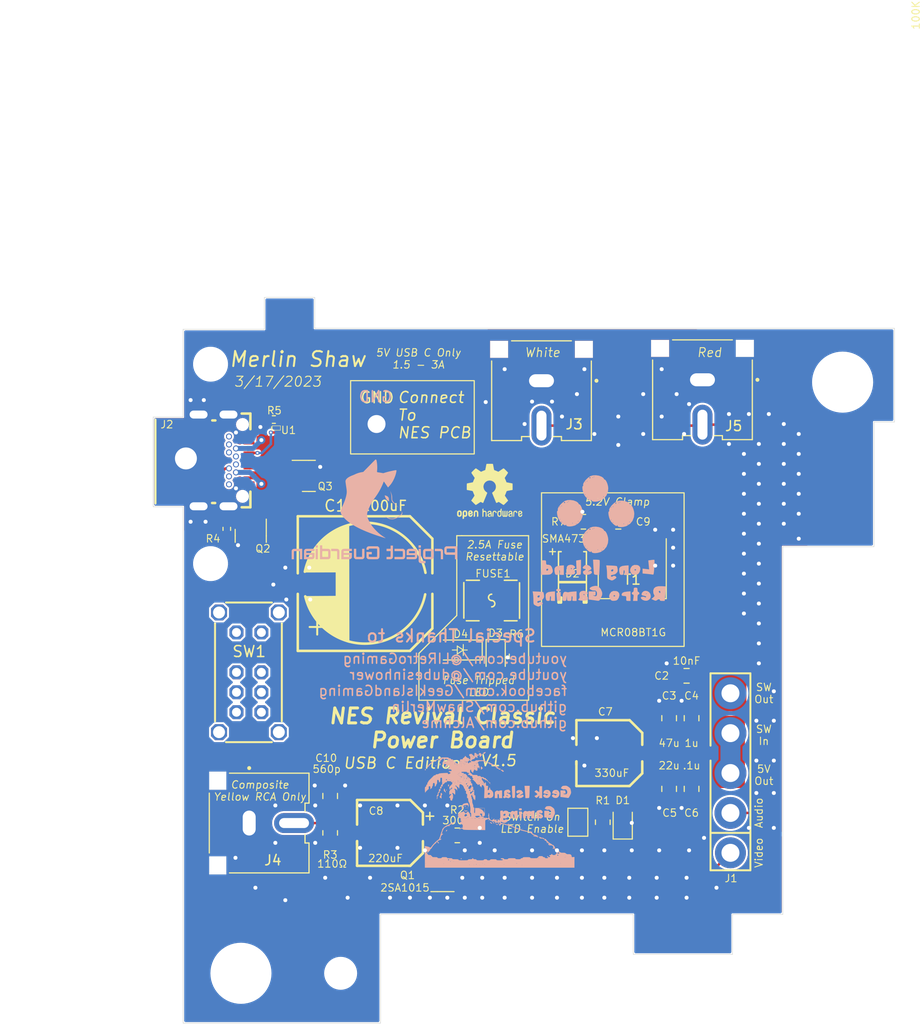
<source format=kicad_pcb>
(kicad_pcb (version 20221018) (generator pcbnew)
  (layers (0 "F.Cu" signal) (31 "B.Cu" signal) (34 "B.Paste" user) (35 "F.Paste" user) (36 "B.SilkS" user "B.Silkscreen") (37 "F.SilkS" user "F.Silkscreen") (38 "B.Mask" user) (39 "F.Mask" user) (44 "Edge.Cuts" user))
  (net 0 "")
  (net 1 "5V Out")
  (net 2 "Net-(C8-Pad1)")
  (net 3 "Net-(D2-Pad2)")
  (net 4 "Video Out")
  (net 5 "Net-(C8-Pad2)")
  (net 6 "GND")
  (net 7 "Video In")
  (net 8 "Audio In")
  (net 9 "9VOut")
  (net 11 "LED_IN")
  (net 12 "CC1")
  (net 13 "CC2")
  (net 14 "USB_Power_Out")
  (net 15 "GTG")
  (net 16 "V5")
  (footprint "Resistor_SMD:R_0805_2012Metric" (layer "F.Cu") (at 209 -24 -90)
    (fp_text reference "R3")
    (fp_text value "110R")
  )
  (footprint "Resistor_SMD:R_0805_2012Metric" (layer "F.Cu") (at 234.4 -55.2 180)
    (fp_text reference "R7")
    (fp_text value "680")
  )
  (footprint "Merlin:OSHW-Logo2_7.3x6mm_SilkScreen" (layer "F.Cu") (at 225 -58.25)
    (fp_text reference "REF**" hide)
    (fp_text value "OSHW-Logo2_7.3x6mm_SilkScreen" hide)
  )
  (footprint "Capacitor_SMD:C_0805_2012Metric" (layer "F.Cu") (at 237.9 -55.2)
    (fp_text reference "C9")
    (fp_text value "10nF")
  )
  (footprint "Resistor_SMD:R_0402_1005Metric" (layer "F.Cu") (at 198.63 -54.4875 -90)
    (fp_text reference "R4")
    (fp_text value "5.1k")
  )
  (footprint "Package_TO_SOT_SMD:SOT-23" (layer "F.Cu") (at 219.75 -19.67 180)
    (fp_text reference "Q1")
    (fp_text value "2SA1015")
  )
  (footprint "Merlin:USB-C-TH_DX07S024XJ1R1100-1" (layer "F.Cu") (at 198.33 -61.35 -90)
    (fp_text reference "J2")
    (fp_text value "DX07S024XJ1R1100" hide)
  )
  (footprint "Resistor_SMD:R_0805_2012Metric" (layer "F.Cu") (at 236.34375 -25.06875 -90)
    (fp_text reference "R1")
    (fp_text value "680")
  )
  (footprint "Package_TO_SOT_SMD:SOT-23" (layer "F.Cu") (at 201.03 -53.7875 -90)
    (fp_text reference "Q2")
    (fp_text value "SP0502BAHTG" hide)
  )
  (footprint "" (layer "F.Cu") (at 200.05 -9.92)
    (fp_text reference "")
    (fp_text value "")
  )
  (footprint "Package_TO_SOT_SMD:SOT-223-3_TabPin2" (layer "F.Cu") (at 239.3 -49.4 -90)
    (fp_text reference "T1")
    (fp_text value "SOT-223-3_TabPin2" hide)
  )
  (footprint "Capacitor_SMD:C_0805_2012Metric_Pad1.18x1.45mm_HandSolder" (layer "F.Cu") (at 209 -27.7 90)
    (fp_text reference "C10")
    (fp_text value "560p")
  )
  (footprint "MountingHole:MountingHole_2.2mm_M2_DIN965_Pad_TopBottom" (layer "F.Cu") (at 194.53 -61.55)
    (fp_text reference "REF**" hide)
    (fp_text value "MountingHole_2.2mm_M2_DIN965_Pad_TopBottom")
  )
  (footprint "Package_TO_SOT_SMD:SOT-23" (layer "F.Cu") (at 206.8625 -59.8)
    (fp_text reference "Q3")
    (fp_text value "SP0502BAHTG" hide)
  )
  (footprint "Capacitor_SMD:C_0805_2012Metric_Pad1.18x1.45mm_HandSolder" (layer "F.Cu") (at 245.25 -35.5 90)
    (fp_text reference "C4")
    (fp_text value "22uf/25")
  )
  (footprint "easyeda:F1812" (layer "F.Cu") (at 225.2 -47.3)
    (fp_text reference "FUSE1")
    (fp_text value "F1812" hide)
  )
  (footprint "Merlin:SolderJumper-2_P1.3mm_Open_TrianglePad1.0x1.5mm" (layer "F.Cu") (at 233.84375 -25.06875 -90)
    (fp_text reference "JP1" hide)
    (fp_text value "Jump" hide)
  )
  (footprint "easyeda:DFN0603-D_L0.6-W0.3-P0.34-RD" (layer "F.Cu") (at 203.6 -64.6)
    (fp_text reference "U1")
    (fp_text value "DFN0603-D_L0.6-W0.3-P0.34-RD" hide)
  )
  (footprint "Resistor_SMD:R_0805_2012Metric" (layer "F.Cu") (at 227.7 -41.7 -90)
    (fp_text reference "R6")
    (fp_text value "4.7K")
  )
  (footprint "Electromechanical.IntLib:SW-DP3T (EG2319)" (layer "F.Cu") (at 200.85 -40.1 -90)
    (fp_text reference "SW1")
    (fp_text value "DP3T" hide)
  )
  (footprint "Diode_SMD:D_SOD-123" (layer "F.Cu") (at 222 -42.3375 180)
    (fp_text reference "D4")
    (fp_text value "1N4148W")
  )
  (footprint "easyeda:CAP-SMD_BD6.3-L6.5-W6.5-LS7.0-FD" (layer "F.Cu") (at 237 -32 180)
    (fp_text reference "C7")
    (fp_text value "220uF" hide)
  )
  (footprint "" (layer "F.Cu") (at 197 -51)
    (fp_text reference "")
    (fp_text value "")
  )
  (footprint "Merlin:CUI_RCJ-044" (layer "F.Cu") (at 230.196 -69.342 90)
    (fp_text reference "J3")
    (fp_text value "White RCJ-52" hide)
    (fp_line (start 2.3 -5.15) (end 2.3 -3.35) (stroke (width 0.01)) (layer "Edge.Cuts"))
    (fp_line (start 2.3 -3.35) (end 4 -3.35) (stroke (width 0.01)) (layer "Edge.Cuts"))
    (fp_line (start 2.3 3.35) (end 2.3 5.15) (stroke (width 0.01)) (layer "Edge.Cuts"))
    (fp_line (start 2.3 5.15) (end 4 5.15) (stroke (width 0.01)) (layer "Edge.Cuts"))
    (fp_line (start 4 -5.15) (end 2.3 -5.15) (stroke (width 0.01)) (layer "Edge.Cuts"))
    (fp_line (start 4 -3.35) (end 4 -5.15) (stroke (width 0.01)) (layer "Edge.Cuts"))
    (fp_line (start 4 3.35) (end 2.3 3.35) (stroke (width 0.01)) (layer "Edge.Cuts"))
    (fp_line (start 4 5.15) (end 4 3.35) (stroke (width 0.01)) (layer "Edge.Cuts"))
  )
  (footprint "" (layer "F.Cu") (at 197 -71)
    (fp_text reference "")
    (fp_text value "")
  )
  (footprint "Capacitor_SMD:C_0805_2012Metric_Pad1.18x1.45mm_HandSolder" (layer "F.Cu") (at 245.25 -28.4125 -90)
    (fp_text reference "C6")
    (fp_text value "22uf/25")
  )
  (footprint "Resistor_SMD:R_0402_1005Metric" (layer "F.Cu") (at 203.35 -65.45 180)
    (fp_text reference "R5")
    (fp_text value "5.1k")
  )
  (footprint "Capacitor_SMD:C_0805_2012Metric_Pad1.18x1.45mm_HandSolder" (layer "F.Cu") (at 243 -35.5 90)
    (fp_text reference "C3")
    (fp_text value "22uf/25")
  )
  (footprint "" (layer "F.Cu") (at 210.05 -9.92)
    (fp_text reference "")
    (fp_text value "")
  )
  (footprint "Merlin:CUI_RCJ-044" (layer "F.Cu") (at 200.876 -24.986 180)
    (fp_text reference "J4")
    (fp_text value "Yellow RCJ-44")
    (fp_line (start 2.3 -5.15) (end 2.3 -3.35) (stroke (width 0.01)) (layer "Edge.Cuts"))
    (fp_line (start 2.3 -3.35) (end 4 -3.35) (stroke (width 0.01)) (layer "Edge.Cuts"))
    (fp_line (start 2.3 3.35) (end 2.3 5.15) (stroke (width 0.01)) (layer "Edge.Cuts"))
    (fp_line (start 2.3 5.15) (end 4 5.15) (stroke (width 0.01)) (layer "Edge.Cuts"))
    (fp_line (start 4 -5.15) (end 2.3 -5.15) (stroke (width 0.01)) (layer "Edge.Cuts"))
    (fp_line (start 4 -3.35) (end 4 -5.15) (stroke (width 0.01)) (layer "Edge.Cuts"))
    (fp_line (start 4 3.35) (end 2.3 3.35) (stroke (width 0.01)) (layer "Edge.Cuts"))
    (fp_line (start 4 5.15) (end 4 3.35) (stroke (width 0.01)) (layer "Edge.Cuts"))
  )
  (footprint "Capacitor_SMD:C_0805_2012Metric" (layer "F.Cu") (at 244.75 -39.75 180)
    (fp_text reference "C2")
    (fp_text value "10nF")
  )
  (footprint "Merlin:CUI_RCJ-044" (layer "F.Cu") (at 246.342 -69.436 90)
    (fp_text reference "J5")
    (fp_text value "Red RCJ-042" hide)
    (fp_line (start 2.3 -5.15) (end 2.3 -3.35) (stroke (width 0.01)) (layer "Edge.Cuts"))
    (fp_line (start 2.3 -3.35) (end 4 -3.35) (stroke (width 0.01)) (layer "Edge.Cuts"))
    (fp_line (start 2.3 3.35) (end 2.3 5.15) (stroke (width 0.01)) (layer "Edge.Cuts"))
    (fp_line (start 2.3 5.15) (end 4 5.15) (stroke (width 0.01)) (layer "Edge.Cuts"))
    (fp_line (start 4 -5.15) (end 2.3 -5.15) (stroke (width 0.01)) (layer "Edge.Cuts"))
    (fp_line (start 4 -3.35) (end 4 -5.15) (stroke (width 0.01)) (layer "Edge.Cuts"))
    (fp_line (start 4 3.35) (end 2.3 3.35) (stroke (width 0.01)) (layer "Edge.Cuts"))
    (fp_line (start 4 5.15) (end 4 3.35) (stroke (width 0.01)) (layer "Edge.Cuts"))
  )
  (footprint "" (layer "F.Cu") (at 260.4 -69.2)
    (fp_text reference "")
    (fp_text value "")
  )
  (footprint "Capacitor_SMD:C_0805_2012Metric_Pad1.18x1.45mm_HandSolder" (layer "F.Cu") (at 243 -28.4125 -90)
    (fp_text reference "C5")
    (fp_text value "22uf/25")
  )
  (footprint "easyeda:SMA_L4.2-W2.7-LS5.0-RD" (layer "F.Cu") (at 233.3 -49.9 90)
    (fp_text reference "D2")
    (fp_text value "SMA_L4.2-W2.7-LS5.0-RD" hide)
  )
  (footprint "Connectors.IntLib:WIREPAD-09-15" (layer "F.Cu") (at 213.65 -65 90)
    (fp_text reference "GND")
    (fp_text value "Wire Pad" hide)
  )
  (footprint "Specialty Components.IntLib:RF BOARD CONNECTOR" (layer "F.Cu") (at 249.15 -22 90)
    (fp_text reference "J1")
    (fp_text value "Board Connector" hide)
  )
  (footprint "easyeda:CAP-SMD_BD6.3-L6.5-W6.5-LS7.0-FD" (layer "F.Cu") (at 215 -24 180)
    (fp_text reference "C8")
    (fp_text value "220uF" hide)
  )
  (footprint "Resistor_SMD:R_0805_2012Metric" (layer "F.Cu") (at 221.75 -23.75 180)
    (fp_text reference "R2")
    (fp_text value "300")
  )
  (footprint "easyeda:CAP-SMD_BD12.5-L13.0-W13.0-RD" (layer "F.Cu") (at 212.5 -49)
    (fp_text reference "C1")
    (fp_text value "CAP-SMD_BD12.5-L13.0-W13.0-RD" hide)
  )
  (footprint "LED_SMD:LED_0805_2012Metric" (layer "F.Cu") (at 225.6 -41.7 -90)
    (fp_text reference "D3")
    (fp_text value "Power LED")
  )
  (footprint "LED_SMD:LED_0805_2012Metric" (layer "F.Cu") (at 238.34375 -25.06875 90)
    (fp_text reference "D1")
    (fp_text value "Power LED")
  )
  (footprint "Merlin:PG_20mmx13.1mm" (layer "B.Cu") (at 213.5 -56.5 180)
    (fp_text reference "G***" hide)
    (fp_text value "LOGO" hide)
  )
  (footprint "Merlin:GeekIsland2" (layer "B.Cu") (at 226 -26.5 180)
    (fp_text reference "G***" hide)
    (fp_text value "LOGO" hide)
  )
  (footprint "Merlin:LongIslandRetroGaming4" (layer "B.Cu") (at 235.687607 -53.5 180)
    (fp_text reference "G***")
    (fp_text value "LOGO" hide)
  )
  (gr_rect (start 230.2 -58.1) (end 244.5 -42.7) (stroke (width 0.12)) (fill none) (layer "F.SilkS"))
  (gr_line (start 191.48 -57.0375) (end 191.48 -65.4375) (stroke (width 0.2)) (layer "F.SilkS"))
  (gr_line (start 221.7 -45.8) (end 217.9 -42) (stroke (width 0.12)) (layer "F.SilkS"))
  (gr_line (start 228.9 -53.8) (end 222.2 -53.8) (stroke (width 0.12)) (layer "F.SilkS"))
  (gr_line (start 228.9 -37.3) (end 228.9 -53.8) (stroke (width 0.12)) (layer "F.SilkS"))
  (gr_rect (start 211.05 -69.35) (end 223.45 -62) (stroke (width 0.12)) (fill none) (layer "F.SilkS"))
  (gr_line (start 217.9 -42) (end 217.9 -37.3) (stroke (width 0.12)) (layer "F.SilkS"))
  (gr_line (start 221.7 -53.8) (end 221.7 -45.8) (stroke (width 0.12)) (layer "F.SilkS"))
  (gr_line (start 217.9 -37.3) (end 228.9 -37.3) (stroke (width 0.12)) (layer "F.SilkS"))
  (gr_line (start 222.2 -53.8) (end 221.7 -53.8) (stroke (width 0.12)) (layer "F.SilkS"))
  (gr_line (start 239.4 -11.82) (end 239.4 -15.82) (stroke (width 0.05)) (layer "Edge.Cuts"))
  (gr_line (start 239.4 -15.82) (end 214.05 -15.82) (stroke (width 0.05)) (layer "Edge.Cuts"))
  (gr_line (start 214.05 -15.82) (end 214.05 -4.92) (stroke (width 0.05)) (layer "Edge.Cuts"))
  (gr_line (start 254.4 -52.7) (end 254.4 -15.82) (stroke (width 0.05)) (layer "Edge.Cuts"))
  (gr_line (start 202.4 -77.7) (end 207.45 -77.7) (stroke (width 0.05)) (layer "Edge.Cuts"))
  (gr_line (start 194.25 -65.7) (end 194.25 -74.5) (stroke (width 0.05)) (layer "Edge.Cuts"))
  (gr_line (start 254.4 -15.82) (end 249.35 -15.82) (stroke (width 0.05)) (layer "Edge.Cuts"))
  (gr_line (start 265.6 -65.2) (end 263.55 -65.2) (stroke (width 0.05)) (layer "Edge.Cuts"))
  (gr_line (start 194.25 -74.5) (end 202.4 -74.5) (stroke (width 0.05)) (layer "Edge.Cuts"))
  (gr_line (start 263.55 -52.7) (end 254.4 -52.7) (stroke (width 0.05)) (layer "Edge.Cuts"))
  (gr_line (start 214.05 -4.92) (end 194.25 -4.92) (stroke (width 0.05)) (layer "Edge.Cuts"))
  (gr_line (start 207.45 -74.6) (end 265.6 -74.6) (stroke (width 0.05)) (layer "Edge.Cuts"))
  (gr_line (start 194.25 -4.92) (end 194.25 -56.7) (stroke (width 0.05)) (layer "Edge.Cuts"))
  (gr_line (start 263.55 -65.2) (end 263.55 -52.7) (stroke (width 0.05)) (layer "Edge.Cuts"))
  (gr_line (start 265.6 -74.6) (end 265.6 -65.2) (stroke (width 0.05)) (layer "Edge.Cuts"))
  (gr_line (start 194.25 -56.7) (end 191.25 -56.7) (stroke (width 0.05)) (layer "Edge.Cuts"))
  (gr_line (start 191.25 -65.7) (end 194.25 -65.7) (stroke (width 0.05)) (layer "Edge.Cuts"))
  (gr_line (start 191.25 -56.7) (end 191.25 -65.7) (stroke (width 0.05)) (layer "Edge.Cuts"))
  (gr_line (start 249.35 -15.82) (end 249.35 -11.82) (stroke (width 0.05)) (layer "Edge.Cuts"))
  (gr_line (start 202.4 -74.5) (end 202.4 -77.7) (stroke (width 0.05)) (layer "Edge.Cuts"))
  (gr_line (start 207.45 -77.7) (end 207.45 -74.6) (stroke (width 0.05)) (layer "Edge.Cuts"))
  (gr_line (start 249.35 -11.82) (end 239.4 -11.82) (stroke (width 0.05)) (layer "Edge.Cuts"))
  (gr_text "Special Thanks to" (at 229.75 -43.75) (layer "B.SilkS") (effects (font (size 1.25 1.25) (thickness 0.2)) (justify left mirror)))
  (gr_text "youtube.com/@LIRetroGaming\nyoutube.com/@dubesinhower\nfacebook.com/GeekIslandGaming\ngithub.com/ShawMerlin\ngithub.com/Alchme" (at 232.85 -38.25) (layer "B.SilkS") (effects (font (size 1 1)) (justify left mirror)))
  (gr_text "SW\nOut" (at 252.5 -38) (layer "F.SilkS") (effects (font (size 0.75 0.75) (thickness 0.1))))
  (gr_text "SMA4734A" (at 233.1 -53.5) (layer "F.SilkS") (effects (font (size 0.75 0.75) (thickness 0.1))))
  (gr_text "Switch On\nLED Enable" (at 229.25 -25) (layer "F.SilkS") (effects (font (size 0.75 0.75) (thickness 0.1) italic)))
  (gr_text "2.5A Fuse\nResettable" (at 225.5 -52.3) (layer "F.SilkS") (effects (font (size 0.75 0.75) (thickness 0.1) italic)))
  (gr_text "Video" (at 252 -22 90) (layer "F.SilkS") (effects (font (size 0.75 0.75) (thickness 0.1))))
  (gr_text "10nF" (at 244.75 -41.25) (layer "F.SilkS") (effects (font (size 0.75 0.75) (thickness 0.1))))
  (gr_text "V1.5" (at 224 -31.25) (layer "F.SilkS") (effects (font (size 1.1 1.1) (thickness 0.15) bold italic) (justify left)))
  (gr_text "Merlin Shaw" (at 205.75 -71.5) (layer "F.SilkS") (effects (font (size 1.5 1.5) (thickness 0.2) bold italic)))
  (gr_text "47u" (at 243 -33) (layer "F.SilkS") (effects (font (size 0.75 0.75) (thickness 0.1))))
  (gr_text "White\n" (at 230.3 -72.17) (layer "F.SilkS") (effects (font (size 0.9 0.9) (thickness 0.1) bold italic)))
  (gr_text "110Ω" (at 209.2 -20.9) (layer "F.SilkS") (effects (font (size 0.75 0.75) (thickness 0.1))))
  (gr_text ".1u" (at 245.25 -30.75) (layer "F.SilkS") (effects (font (size 0.75 0.75) (thickness 0.1))))
  (gr_text "USB C Edition" (at 210.25 -31) (layer "F.SilkS") (effects (font (size 1.1 1.1) (thickness 0.15) bold italic) (justify left)))
  (gr_text "SW\nIn" (at 252.5 -33.8) (layer "F.SilkS") (effects (font (size 0.75 0.75) (thickness 0.1))))
  (gr_text "22u" (at 243 -30.75) (layer "F.SilkS") (effects (font (size 0.75 0.75) (thickness 0.1))))
  (gr_text "Red" (at 247.05 -72.17) (layer "F.SilkS") (effects (font (size 0.9 0.9) (thickness 0.1) bold italic)))
  (gr_text "220uF" (at 214.55 -21.45) (layer "F.SilkS") (effects (font (size 0.75 0.75) (thickness 0.1))))
  (gr_text "300Ω" (at 221.75 -25.25) (layer "F.SilkS") (effects (font (size 0.75 0.75) (thickness 0.1))))
  (gr_text "2200uF" (at 213.9 -56.8) (layer "F.SilkS") (effects (font (size 1 1))))
  (gr_text "NES Revival Classic\nPower Board" (at 220.25 -34.5) (layer "F.SilkS") (effects (font (size 1.5 1.5) (thickness 0.3) italic)))
  (gr_text "5V\nOut" (at 252.5 -29.8) (layer "F.SilkS") (effects (font (size 0.75 0.75) (thickness 0.1))))
  (gr_text "5.2V Clamp" (at 237.8 -57.2) (layer "F.SilkS") (effects (font (size 0.75 0.75) (thickness 0.1) italic)))
  (gr_text "5V USB C Only\n1.5 - 3A" (at 217.85 -71.55) (layer "F.SilkS") (effects (font (size 0.75 0.75) (thickness 0.1) bold italic)))
  (gr_text "Fuse Tripped\nLED" (at 223.9 -38.7) (layer "F.SilkS") (effects (font (size 0.75 0.75) (thickness 0.1) italic)))
  (gr_text "MCR08BT1G" (at 239.4 -44.1) (layer "F.SilkS") (effects (font (size 0.75 0.75) (thickness 0.1))))
  (gr_text "330uF" (at 237.25 -30) (layer "F.SilkS") (effects (font (size 0.75 0.75) (thickness 0.1))))
  (gr_text "100K" (at 267.75 -106 90) (layer "F.SilkS") (effects (font (size 0.75 0.75) (thickness 0.1))))
  (gr_text "Composite\nYellow RCA Only" (at 201.95 -28.22) (layer "F.SilkS") (effects (font (size 0.75 0.75) (thickness 0.1) bold italic)))
  (gr_text "Connect\nTo\nNES PCB" (at 215.7 -65.9) (layer "F.SilkS") (effects (font (size 1.1 1.1) (thickness 0.15) bold italic) (justify left)))
  (gr_text "+" (at 219 -25.75) (layer "F.SilkS") (effects (font (size 1 1))))
  (gr_text "+" (at 207.7 -44.8) (layer "F.SilkS") (effects (font (size 2 2) (thickness 0.2))))
  (gr_text "Audio" (at 252 -26 90) (layer "F.SilkS") (effects (font (size 0.75 0.75) (thickness 0.1))))
  (gr_text "1u" (at 245.25 -33) (layer "F.SilkS") (effects (font (size 0.75 0.75) (thickness 0.1))))
  (gr_text "3/17/2023" (at 203.75 -69.25) (layer "F.SilkS") (effects (font (size 1 1) (thickness 0.1) bold italic)))
  (segment (start 231.35 -23.75) (end 239.6 -32) (width 0.25) (layer "F.Cu") (net 1))
  (segment (start 222.6625 -23.75) (end 231.35 -23.75) (width 0.25) (layer "F.Cu") (net 1))
  (segment (start 239.6 -32) (end 239.92 -32) (width 0.25) (layer "F.Cu") (net 1))
  (segment (start 249.15 -34.000003) (end 249.15 -30) (width 2) (layer "B.Cu") (net 1))
  (segment (start 220.6875 -23.6) (end 220.8375 -23.75) (width 0.25) (layer "F.Cu") (net 2))
  (segment (start 220.6875 -20.62) (end 220.6875 -23.6) (width 0.25) (layer "F.Cu") (net 2))
  (segment (start 220.5875 -24) (end 217.67 -24) (width 0.25) (layer "F.Cu") (net 2))
  (segment (start 220.8375 -23.75) (end 220.5875 -24) (width 0.25) (layer "F.Cu") (net 2))
  (segment (start 238.34375 -26.00625) (end 236.36875 -26.00625) (width 0.25) (layer "F.Cu") (net 3))
  (segment (start 208.9265 -24.986) (end 209 -24.9125) (width 0.25) (layer "F.Cu") (net 4))
  (segment (start 205.376 -24.986) (end 208.9265 -24.986) (width 0.25) (layer "F.Cu") (net 4))
  (segment (start 210.0875 -23.0875) (end 211 -24) (width 0.25) (layer "F.Cu") (net 5))
  (segment (start 209 -23.0875) (end 210.0875 -23.0875) (width 0.25) (layer "F.Cu") (net 5))
  (segment (start 211 -24) (end 212.33 -24) (width 0.25) (layer "F.Cu") (net 5))
  (segment (start 208 -60.7) (end 208 -60) (width 0.5) (layer "F.Cu") (net 6))
  (segment (start 226.8 -41.6) (end 226.8875 -41.6) (width 0.25) (layer "F.Cu") (net 6))
  (segment (start 201.03 -52.85) (end 199.7575 -52.85) (width 0.5) (layer "F.Cu") (net 6))
  (segment (start 197.2 -55.2) (end 196.5 -55.2) (width 0.5) (layer "F.Cu") (net 6))
  (segment (start 199.7575 -52.85) (end 198.63 -53.9775) (width 0.5) (layer "F.Cu") (net 6))
  (segment (start 238.85 -55.2) (end 240.8 -55.2) (width 0.5) (layer "F.Cu") (net 6))
  (segment (start 233.4875 -55.3875) (end 234.3 -56.2) (width 0.5) (layer "F.Cu") (net 6))
  (segment (start 226.8875 -41.6) (end 227.7 -40.7875) (width 0.25) (layer "F.Cu") (net 6))
  (segment (start 202.09 -64.7) (end 202.84 -65.45) (width 0.5) (layer "F.Cu") (net 6))
  (segment (start 243.8 -39.75) (end 243.8 -39.95) (width 0.5) (layer "F.Cu") (net 6))
  (segment (start 245.25 -36.5375) (end 244.7125 -36.5375) (width 0.5) (layer "F.Cu") (net 6))
  (segment (start 200.86 -58.6) (end 199.6 -58.6) (width 0.3) (layer "F.Cu") (net 6))
  (segment (start 203.39 -64.6) (end 203.39 -64.9) (width 0.25) (layer "F.Cu") (net 6))
  (segment (start 242.875 -27.375) (end 242 -26.5) (width 0.5) (layer "F.Cu") (net 6))
  (segment (start 200.86 -64.1) (end 199.6 -64.1) (width 0.3) (layer "F.Cu") (net 6))
  (segment (start 241.75 -52.4) (end 241.6 -52.55) (width 1) (layer "F.Cu") (net 6))
  (segment (start 198.63 -53.9775) (end 198.4225 -53.9775) (width 0.5) (layer "F.Cu") (net 6))
  (segment (start 208 -60) (end 207.8 -59.8) (width 0.5) (layer "F.Cu") (net 6))
  (segment (start 201.5 -64.2) (end 200.86 -64.2) (width 0.5) (layer "F.Cu") (net 6))
  (segment (start 238.34375 -24.13125) (end 238.38125 -24.13125) (width 0.25) (layer "F.Cu") (net 6))
  (segment (start 233.4875 -55.2) (end 233.4875 -55.3875) (width 0.5) (layer "F.Cu") (net 6))
  (segment (start 203.39 -64.9) (end 202.84 -65.45) (width 0.25) (layer "F.Cu") (net 6))
  (segment (start 240.8 -55.2) (end 241.6 -54.4) (width 0.5) (layer "F.Cu") (net 6))
  (segment (start 244.9625 -36.5375) (end 244.25 -37.25) (width 0.5) (layer "F.Cu") (net 6))
  (segment (start 202 -64.7) (end 202.09 -64.7) (width 0.5) (layer "F.Cu") (net 6))
  (segment (start 238.38125 -24.13125) (end 239.25 -25) (width 0.25) (layer "F.Cu") (net 6))
  (segment (start 243.8 -39.95) (end 242.75 -41) (width 0.5) (layer "F.Cu") (net 6))
  (segment (start 202 -64.7) (end 201.5 -64.2) (width 0.5) (layer "F.Cu") (net 6))
  (segment (start 198.4225 -53.9775) (end 197.2 -55.2) (width 0.5) (layer "F.Cu") (net 6))
  (segment (start 245.25 -36.5375) (end 244.9625 -36.5375) (width 0.5) (layer "F.Cu") (net 6))
  (segment (start 242.7125 -36.5375) (end 242 -37.25) (width 0.5) (layer "F.Cu") (net 6))
  (segment (start 245.125 -27.375) (end 244.25 -26.5) (width 0.5) (layer "F.Cu") (net 6))
  (via (at 252 -53) (size 0.8) (drill 0.4) (layers "F.Cu" "B.Cu") (net 6))
  (via (at 236.5 -19.5) (size 0.8) (drill 0.4) (layers "F.Cu" "B.Cu") (net 6))
  (via (at 234.25 -19.5) (size 0.8) (drill 0.4) (layers "F.Cu" "B.Cu") (net 6))
  (via (at 252 -43) (size 0.8) (drill 0.4) (layers "F.Cu" "B.Cu") (net 6))
  (via (at 239 -19.5) (size 0.8) (drill 0.4) (layers "F.Cu" "B.Cu") (net 6))
  (via (at 244.25 -37.25) (size 0.8) (drill 0.4) (layers "F.Cu" "B.Cu") (net 6))
  (via (at 254.5 -61) (size 0.8) (drill 0.4) (layers "F.Cu" "B.Cu") (net 6))
  (via (at 204.5 -17.25) (size 0.8) (drill 0.4) (layers "F.Cu" "B.Cu") (net 6))
  (via (at 246.5 -23.5) (size 0.8) (drill 0.4) (layers "F.Cu" "B.Cu") (net 6))
  (via (at 250.5 -56) (size 0.8) (drill 0.4) (layers "F.Cu" "B.Cu") (net 6))
  (via (at 208.5 -19.5) (size 0.8) (drill 0.4) (layers "F.Cu" "B.Cu") (net 6))
  (via (at 250.5 -58) (size 0.8) (drill 0.4) (layers "F.Cu" "B.Cu") (net 6))
  (via (at 207.5 -23) (size 0.8) (drill 0.4) (layers "F.Cu" "B.Cu") (net 6))
  (via (at 240.4 -68) (size 0.8) (drill 0.4) (layers "F.Cu" "B.Cu") (net 6))
  (via (at 247.75 -18.5) (size 0.8) (drill 0.4) (layers "F.Cu" "B.Cu") (net 6))
  (via (at 210.75 -17.5) (size 0.8) (drill 0.4) (layers "F.Cu" "B.Cu") (net 6))
  (via (at 239.25 -25) (size 0.8) (drill 0.4) (layers "F.Cu" "B.Cu") (net 6))
  (via (at 256 -64) (size 0.8) (drill 0.4) (layers "F.Cu" "B.Cu") (net 6))
  (via (at 242 -22.25) (size 0.8) (drill 0.4) (layers "F.Cu" "B.Cu") (net 6))
  (via (at 235.75 -33.5) (size 0.8) (drill 0.4) (layers "F.Cu" "B.Cu") (net 6))
  (via (at 252 -45) (size 0.8) (drill 0.4) (layers "F.Cu" "B.Cu") (net 6))
  (via (at 254.5 -57) (size 0.8) (drill 0.4) (layers "F.Cu" "B.Cu") (net 6))
  (via (at 228.5 -65) (size 0.8) (drill 0.4) (layers "F.Cu" "B.Cu") (net 6))
  (via (at 226.5 -17.5) (size 0.8) (drill 0.4) (layers "F.Cu" "B.Cu") (net 6))
  (via (at 224.25 -19.5) (size 0.8) (drill 0.4) (layers "F.Cu" "B.Cu") (net 6))
  (via (at 252 -51) (size 0.8) (drill 0.4) (layers "F.Cu" "B.Cu") (net 6))
  (via (at 254.5 -65) (size 0.8) (drill 0.4) (layers "F.Cu" "B.Cu") (net 6))
  (via (at 241.6 -50.8) (size 0.8) (drill 0.4) (layers "F.Cu" "B.Cu") (net 6))
  (via (at 250.5 -60) (size 0.8) (drill 0.4) (layers "F.Cu" "B.Cu") (net 6))
  (via (at 204.5 -50.6) (size 0.8) (drill 0.4) (layers "F.Cu" "B.Cu") (net 6))
  (via (at 224.25 -17.5) (size 0.8) (drill 0.4) (layers "F.Cu" "B.Cu") (net 6))
  (via (at 234.5 -70.5) (size 0.8) (drill 0.4) (layers "F.Cu" "B.Cu") (net 6))
  (via (at 199.7575 -52.85) (size 0.8) (drill 0.4) (layers "F.Cu" "B.Cu") (net 6))
  (via (at 220.75 -17.5) (size 0.8) (drill 0.4) (layers "F.Cu" "B.Cu") (net 6))
  (via (at 254.5 -55) (size 0.8) (drill 0.4) (layers "F.Cu" "B.Cu") (net 6))
  (via (at 213 -19.5) (size 0.8) (drill 0.4) (layers "F.Cu" "B.Cu") (net 6))
  (via (at 217 -17.5) (size 0.8) (drill 0.4) (layers "F.Cu" "B.Cu") (net 6))
  (via (at 251 -66) (size 0.8) (drill 0.4) (layers "F.Cu" "B.Cu") (net 6))
  (via (at 229.25 -17.5) (size 0.8) (drill 0.4) (layers "F.Cu" "B.Cu") (net 6))
  (via (at 195 -55.2) (size 0.8) (drill 0.4) (layers "F.Cu" "B.Cu") (net 6))
  (via (at 242.75 -41) (size 0.8) (drill 0.4) (layers "F.Cu" "B.Cu") (net 6))
  (via (at 231.75 -19.5) (size 0.8) (drill 0.4) (layers "F.Cu" "B.Cu") (net 6))
  (via (at 204.6 -47.4) (size 0.8) (drill 0.4) (layers "F.Cu" "B.Cu") (net 6))
  (via (at 226.5 -19.5) (size 0.8) (drill 0.4) (layers "F.Cu" "B.Cu") (net 6))
  (via (at 225.5 -22.25) (size 0.8) (drill 0.4) (layers "F.Cu" "B.Cu") (net 6))
  (via (at 243.4 -50.8) (size 0.8) (drill 0.4) (layers "F.Cu" "B.Cu") (net 6))
  (via (at 232.25 -65.75) (size 0.8) (drill 0.4) (layers "F.Cu" "B.Cu") (net 6))
  (via (at 251 -24.5) (size 0.8) (drill 0.4) (layers "F.Cu" "B.Cu") (net 6))
  (via (at 250.5 -46) (size 0.8) (drill 0.4) (layers "F.Cu" "B.Cu") (net 6))
  (via (at 229.25 -22.25) (size 0.8) (drill 0.4) (layers "F.Cu" "B.Cu") (net 6))
  (via (at 199.5 -21.5) (size 0.8) (drill 0.4) (layers "F.Cu" "B.Cu") (net 6))
  (via (at 243.4 -54.4) (size 0.8) (drill 0.4) (layers "F.Cu" "B.Cu") (net 6))
  (via (at 242 -26.5) (size 0.8) (drill 0.4) (layers "F.Cu" "B.Cu") (net 6))
  (via (at 256 -58) (size 0.8) (drill 0.4) (layers "F.Cu" "B.Cu") (net 6))
  (via (at 233.75 -68) (size 0.8) (drill 0.4) (layers "F.Cu" "B.Cu") (net 6))
  (via (at 218.5 -26.75) (size 0.8) (drill 0.4) (layers "F.Cu" "B.Cu") (net 6))
  (via (at 242.25 -70.5) (size 0.8) (drill 0.4) (layers "F.Cu" "B.Cu") (net 6))
  (via (at 220.75 -26.75) (size 0.8) (drill 0.4) (layers "F.Cu" "B.Cu") (net 6))
  (via (at 253.5 -38.2) (size 0.8) (drill 0.4) (layers "F.Cu" "B.Cu") (net 6))
  (via (at 244.75 -17.5) (size 0.8) (drill 0.4) (layers "F.Cu" "B.Cu") (net 6))
  (via (at 207 -47.4) (size 0.8) (drill 0.4) (layers "F.Cu" "B.Cu") (net 6))
  (via (at 250.5 -54) (size 0.8) (drill 0.4) (layers "F.Cu" "B.Cu") (net 6))
  (via (at 252 -63) (size 0.8) (drill 0.4) (layers "F.Cu" "B.Cu") (net 6))
  (via (at 244.25 -26.5) (size 0.8) (drill 0.4) (layers "F.Cu" "B.Cu") (net 6))
  (via (at 222.25 -19.5) (size 0.8) (drill 0.4) (layers "F.Cu" "B.Cu") (net 6))
  (via (at 242 -37.25) (size 0.8) (drill 0.4) (layers "F.Cu" "B.Cu") (net 6))
  (via (at 226.5 -70.5) (size 0.8) (drill 0.4) (layers "F.Cu" "B.Cu") (net 6))
  (via (at 235.5 -64) (size 0.8) (drill 0.4) (layers "F.Cu" "B.Cu") (net 6))
  (via (at 231.25 -67.25) (size 0.8) (drill 0.4) (layers "F.Cu" "B.Cu") (net 6))
  (via (at 237.9 -62.9) (size 0.8) (drill 0.4) (layers "F.Cu" "B.Cu") (net 6))
  (via (at 256 -56) (size 0.8) (drill 0.4) (layers "F.Cu" "B.Cu") (net 6))
  (via (at 252 -49) (size 0.8) (drill 0.4) (layers "F.Cu" "B.Cu") (net 6))
  (via (at 237.9 -65.75) (size 0.8) (drill 0.4) (layers "F.Cu" "B.Cu") (net 6))
  (via (at 250.5 -50) (size 0.8) (drill 0.4) (layers "F.Cu" "B.Cu") (net 6))
  (via (at 234.25 -17.5) (size 0.8) (drill 0.4) (layers "F.Cu" "B.Cu") (net 6))
  (via (at 252 -61) (size 0.8) (drill 0.4) (layers "F.Cu" "B.Cu") (net 6))
  (via (at 202 -64.7) (size 0.8) (drill 0.4) (layers "F.Cu" "B.Cu") (net 6))
  (via (at 250.5 -62) (size 0.8) (drill 0.4) (layers "F.Cu" "B.Cu") (net 6))
  (via (at 253.5 -24.5) (size 0.8) (drill 0.4) (layers "F.Cu" "B.Cu") (net 6))
  (via (at 208 -60.7) (size 0.8) (drill 0.4) (layers "F.Cu" "B.Cu") (net 6))
  (via (at 251.75 -31.25) (size 0.8) (drill 0.4) (layers "F.Cu" "B.Cu") (net 6))
  (via (at 196.325 -67.4) (size 0.8) (drill 0.4) (layers "F.Cu" "B.Cu") (net 6))
  (via (at 224 -23) (size 0.8) (drill 0.4) (layers "F.Cu" "B.Cu") (net 6))
  (via (at 236.5 -17.5) (size 0.8) (drill 0.4) (layers "F.Cu" "B.Cu") (net 6))
  (via (at 253 -66) (size 0.8) (drill 0.4) (layers "F.Cu" "B.Cu") (net 6))
  (via (at 245 -67) (size 0.8) (drill 0.4) (layers "F.Cu" "B.Cu") (net 6))
  (via (at 253.5 -28) (size 0.8) (drill 0.4) (layers "F.Cu" "B.Cu") (net 6))
  (via (at 243.4 -52.6) (size 0.8) (drill 0.4) (layers "F.Cu" "B.Cu") (net 6))
  (via (at 249 -63) (size 0.8) (drill 0.4) (layers "F.Cu" "B.Cu") (net 6))
  (via (at 212 -26.75) (size 0.8) (drill 0.4) (layers "F.Cu" "B.Cu") (net 6))
  (via (at 256 -62) (size 0.8) (drill 0.4) (layers "F.Cu" "B.Cu") (net 6))
  (via (at 243.75 -68) (size 0.8) (drill 0.4) (layers "F.Cu" "B.Cu") (net 6))
  (via (at 254.5 -59) (size 0.8) (drill 0.4) (layers "F.Cu" "B.Cu") (net 6))
  (via (at 240.4 -64) (size 0.8) (drill 0.4) (layers "F.Cu" "B.Cu") (net 6))
  (via (at 224.6 -67.2) (size 0.8) (drill 0.4) (layers "F.Cu" "B.Cu") (net 6))
  (via (at 252 -55) (size 0.8) (drill 0.4) (layers "F.Cu" "B.Cu") (net 6))
  (via (at 229.25 -19.5) (size 0.8) (drill 0.4) (layers "F.Cu" "B.Cu") (net 6))
  (via (at 226.8 -41.6) (size 0.8) (drill 0.4) (layers "F.Cu" "B.Cu") (net 6))
  (via (at 229.25 -67.25) (size 0.8) (drill 0.4) (layers "F.Cu" "B.Cu") (net 6))
  (via (at 215.75 -26.75) (size 0.8) (drill 0.4) (layers "F.Cu" "B.Cu") (net 6))
  (via (at 236.5 -22.25) (size 0.8) (drill 0.4) (layers "F.Cu" "B.Cu") (net 6))
  (via (at 195 -67.4) (size 0.8) (drill 0.4) (layers "F.Cu" "B.Cu") (net 6))
  (via (at 253.5 -35.25) (size 0.8) (drill 0.4) (layers "F.Cu" "B.Cu") (net 6))
  (via (at 239.25 -22.25) (size 0.8) (drill 0.4) (layers "F.Cu" "B.Cu") (net 6))
  (via (at 241.75 -19.5) (size 0.8) (drill 0.4) (layers "F.Cu" "B.Cu") (net 6))
  (via (at 218.5 -22.25) (size 0.8) (drill 0.4) (layers "F.Cu" "B.Cu") (net 6))
  (via (at 203.5 -23) (size 0.8) (drill 0.4) (layers "F.Cu" "B.Cu") (net 6))
  (via (at 242.25 -65.75) (size 0.8) (drill 0.4) (layers "F.Cu" "B.Cu") (net 6))
  (via (at 239 -17.5) (size 0.8) (drill 0.4) (layers "F.Cu" "B.Cu") (net 6))
  (via (at 212 -22.5) (size 0.8) (drill 0.4) (layers "F.Cu" "B.Cu") (net 6))
  (via (at 233.35 -33.5) (size 0.8) (drill 0.4) (layers "F.Cu" "B.Cu") (net 6))
  (via (at 234.3 -56.2) (size 0.8) (drill 0.4) (layers "F.Cu" "B.Cu") (net 6))
  (via (at 253.5 -31.25) (size 0.8) (drill 0.4) (layers "F.Cu" "B.Cu") (net 6))
  (via (at 196.5 -55.2) (size 0.8) (drill 0.4) (layers "F.Cu" "B.Cu") (net 6))
  (via (at 252 -57) (size 0.8) (drill 0.4) (layers "F.Cu" "B.Cu") (net 6))
  (via (at 244.75 -19.5) (size 0.8) (drill 0.4) (layers "F.Cu" "B.Cu") (net 6))
  (via (at 256 -53.5) (size 0.8) (drill 0.4) (layers "F.Cu" "B.Cu") (net 6))
  (via (at 241.75 -17.5) (size 0.8) (drill 0.4) (layers "F.Cu" "B.Cu") (net 6))
  (via (at 249 -66) (size 0.8) (drill 0.4) (layers "F.Cu" "B.Cu") (net 6))
  (via (at 201.5 -18.5) (size 0.8) (drill 0.4) (layers "F.Cu" "B.Cu") (net 6))
  (via (at 224 -24.5) (size 0.8) (drill 0.4) (layers "F.Cu" "B.Cu") (net 6))
  (via (at 231.75 -22.25) (size 0.8) (drill 0.4) (layers "F.Cu" "B.Cu") (net 6))
  (via (at 231.75 -17.5) (size 0.8) (drill 0.4) (layers "F.Cu" "B.Cu") (net 6))
  (via (at 251.75 -28) (size 0.8) (drill 0.4) (layers "F.Cu" "B.Cu") (net 6))
  (via (at 222.5 -17.5) (size 0.8) (drill 0.4) (layers "F.Cu" "B.Cu") (net 6))
  (via (at 241.6 -54.4) (size 0.8) (drill 0.4) (layers "F.Cu" "B.Cu") (net 6))
  (via (at 207.5 -26.75) (size 0.8) (drill 0.4) (layers "F.Cu" "B.Cu") (net 6))
  (via (at 250.5 -48) (size 0.8) (drill 0.4) (layers "F.Cu" "B.Cu") (net 6))
  (via (at 222.5 -22.25) (size 0.8) (drill 0.4) (layers "F.Cu" "B.Cu") (net 6))
  (via (at 252 -59) (size 0.8) (drill 0.4) (layers "F.Cu" "B.Cu") (net 6))
  (via (at 215 -17.5) (size 0.8) (drill 0.4) (layers "F.Cu" "B.Cu") (net 6))
  (via (at 219 -17.5) (size 0.8) (drill 0.4) (layers "F.Cu" "B.Cu") (net 6))
  (via (at 250.5 -52) (size 0.8) (drill 0.4) (layers "F.Cu" "B.Cu") (net 6))
  (via (at 252 -47) (size 0.8) (drill 0.4) (layers "F.Cu" "B.Cu") (net 6))
  (via (at 234.5 -30.75) (size 0.8) (drill 0.4) (layers "F.Cu" "B.Cu") (net 6))
  (via (at 252 -41) (size 0.8) (drill 0.4) (layers "F.Cu" "B.Cu") (net 6))
  (via (at 256 -60) (size 0.8) (drill 0.4) (layers "F.Cu" "B.Cu") (net 6))
  (via (at 206.9 -50.6) (size 0.8) (drill 0.4) (layers "F.Cu" "B.Cu") (net 6))
  (via (at 207.45 -28.75) (size 0.8) (drill 0.4) (layers "F.Cu" "B.Cu") (net 6))
  (via (at 244.5 -64) (size 0.8) (drill 0.4) (layers "F.Cu" "B.Cu") (net 6))
  (via (at 234.25 -22.25) (size 0.8) (drill 0.4) (layers "F.Cu" "B.Cu") (net 6))
  (via (at 245 -22.25) (size 0.8) (drill 0.4) (layers "F.Cu" "B.Cu") (net 6))
  (via (at 210.5 -28.75) (size 0.8) (drill 0.4) (layers "F.Cu" "B.Cu") (net 6))
  (via (at 254.5 -63) (size 0.8) (drill 0.4) (layers "F.Cu" "B.Cu") (net 6))
  (via (at 251.75 -35.25) (size 0.8) (drill 0.4) (layers "F.Cu" "B.Cu") (net 6))
  (via (at 203.5 -26.75) (size 0.8) (drill 0.4) (layers "F.Cu" "B.Cu") (net 6))
  (via (at 203.3 -48.9) (size 0.8) (drill 0.4) (layers "F.Cu" "B.Cu") (net 6))
  (via (at 215.75 -22.5) (size 0.8) (drill 0.4) (layers "F.Cu" "B.Cu") (net 6))
  (segment (start 245.65 -18.5) (end 229 -18.5) (width 0.25) (layer "F.Cu") (net 7))
  (segment (start 220.9075 -18.5) (end 220.6875 -18.72) (width 0.25) (layer "F.Cu") (net 7))
  (segment (start 249.15 -22) (end 245.65 -18.5) (width 0.25) (layer "F.Cu") (net 7))
  (segment (start 229 -18.5) (end 220.9075 -18.5) (width 0.25) (layer "F.Cu") (net 7))
  (segment (start 251.25 -26) (end 249.15 -26) (width 0.25) (layer "F.Cu") (net 8))
  (segment (start 252.775 -27.525) (end 251.25 -26) (width 0.25) (layer "F.Cu") (net 8))
  (segment (start 246.342 -64.936) (end 251.564 -64.936) (width 0.25) (layer "F.Cu") (net 8))
  (segment (start 253.27452 -63.22548) (end 253.27452 -39.27452) (width 0.25) (layer "F.Cu") (net 8))
  (segment (start 252.775 -38.775) (end 252.775 -27.525) (width 0.25) (layer "F.Cu") (net 8))
  (segment (start 246.248 -64.842) (end 246.342 -64.936) (width 0.25) (layer "F.Cu") (net 8))
  (segment (start 251.564 -64.936) (end 253.27452 -63.22548) (width 0.25) (layer "F.Cu") (net 8))
  (segment (start 253.27452 -39.27452) (end 252.775 -38.775) (width 0.25) (layer "F.Cu") (net 8))
  (segment (start 230.196 -64.842) (end 246.248 -64.842) (width 0.25) (layer "F.Cu") (net 8))
  (segment (start 200.86 -62.6) (end 199.6 -62.6) (width 0.3) (layer "F.Cu") (net 9))
  (segment (start 200.86 -62.6) (end 201.9 -62.6) (width 0.3) (layer "F.Cu") (net 9))
  (segment (start 220.35 -42.3375) (end 220.35 -45.65) (width 0.25) (layer "F.Cu") (net 9))
  (segment (start 222 -47.3) (end 223.347 -47.3) (width 0.25) (layer "F.Cu") (net 9))
  (segment (start 220.35 -45.65) (end 222 -47.3) (width 0.25) (layer "F.Cu") (net 9))
  (segment (start 201.71 -60.1) (end 202.1 -59.71) (width 0.3) (layer "F.Cu") (net 9))
  (segment (start 202.1 -59.71) (end 202.1 -59) (width 0.3) (layer "F.Cu") (net 9))
  (segment (start 200.86 -60.1) (end 199.6 -60.1) (width 0.3) (layer "F.Cu") (net 9))
  (segment (start 202.1 -63.295546) (end 202.006404 -63.389142) (width 0.3) (layer "F.Cu") (net 9))
  (segment (start 200.86 -60.1) (end 201.71 -60.1) (width 0.3) (layer "F.Cu") (net 9))
  (segment (start 202.1 -62.8) (end 202.1 -63.295546) (width 0.3) (layer "F.Cu") (net 9))
  (segment (start 201.9 -62.6) (end 202.1 -62.8) (width 0.3) (layer "F.Cu") (net 9))
  (via (at 202.1 -59) (size 0.8) (drill 0.4) (layers "F.Cu" "B.Cu") (net 9))
  (via (at 202.1 -63.389142) (size 0.8) (drill 0.4) (layers "F.Cu" "B.Cu") (net 9))
  (segment (start 200.75 -62.55) (end 201.260858 -62.55) (width 0.5) (layer "B.Cu") (net 9))
  (segment (start 200.75 -62.55) (end 201.167262 -62.55) (width 0.5) (layer "B.Cu") (net 9))
  (segment (start 201.260858 -62.55) (end 202.1 -63.389142) (width 0.5) (layer "B.Cu") (net 9))
  (segment (start 199.55 -62.55) (end 200.75 -62.55) (width 0.5) (layer "B.Cu") (net 9))
  (segment (start 200.95 -60.15) (end 202.1 -59) (width 0.5) (layer "B.Cu") (net 9))
  (segment (start 199.55 -60.15) (end 200.95 -60.15) (width 0.5) (layer "B.Cu") (net 9))
  (segment (start 233.84375 -24.34375) (end 236.15625 -24.34375) (width 0.25) (layer "F.Cu") (net 11))
  (segment (start 236.15625 -24.34375) (end 236.34375 -24.15625) (width 0.25) (layer "F.Cu") (net 11))
  (segment (start 236.34375 -24.15625) (end 236.07125 -24.42875) (width 0.25) (layer "F.Cu") (net 11))
  (segment (start 203.95 -65.25) (end 203.84 -65.14) (width 0.25) (layer "F.Cu") (net 12))
  (segment (start 203.05 -64.15) (end 203.54 -64.15) (width 0.25) (layer "F.Cu") (net 12))
  (segment (start 203.54 -64.15) (end 203.84 -64.45) (width 0.25) (layer "F.Cu") (net 12))
  (segment (start 203.84 -65.14) (end 203.84 -64.45) (width 0.25) (layer "F.Cu") (net 12))
  (segment (start 201.7 -62.1) (end 200.86 -62.1) (width 0.25) (layer "F.Cu") (net 12))
  (via (at 201.7 -62.1) (size 0.4) (drill 0.2) (layers "F.Cu" "B.Cu") (net 12))
  (via (at 203.05 -64.15) (size 0.4) (drill 0.2) (layers "F.Cu" "B.Cu") (net 12))
  (segment (start 201.7 -62.1) (end 202.15 -62.1) (width 0.25) (layer "B.Cu") (net 12))
  (segment (start 202.15 -62.1) (end 203.05 -63) (width 0.25) (layer "B.Cu") (net 12))
  (segment (start 203.05 -63) (end 203.05 -64.15) (width 0.25) (layer "B.Cu") (net 12))
  (segment (start 200.097597 -55.003927) (end 198.625793 -55.003927) (width 0.25) (layer "F.Cu") (net 13))
  (segment (start 197.325 -56.30472) (end 197.325 -59.3825) (width 0.25) (layer "F.Cu") (net 13))
  (segment (start 197.325 -59.3825) (end 198.4925 -60.55) (width 0.25) (layer "F.Cu") (net 13))
  (segment (start 198.625793 -55.003927) (end 197.325 -56.30472) (width 0.25) (layer "F.Cu") (net 13))
  (segment (start 227.7 -42.6125) (end 225.625 -42.6125) (width 0.25) (layer "F.Cu") (net 14))
  (segment (start 227.7 -46.653) (end 227.053 -47.3) (width 0.25) (layer "F.Cu") (net 14))
  (segment (start 239.3 -52.55) (end 239.3 -46.25) (width 1) (layer "F.Cu") (net 14))
  (segment (start 227.7 -42.6125) (end 227.7 -46.653) (width 0.25) (layer "F.Cu") (net 14))
  (segment (start 225.625 -42.6125) (end 225.6 -42.6375) (width 0.25) (layer "F.Cu") (net 14))
  (segment (start 237 -52.55) (end 237 -55.15) (width 0.5) (layer "F.Cu") (net 15))
  (segment (start 236.95 -55.2) (end 235.3125 -55.2) (width 0.5) (layer "F.Cu") (net 15))
  (segment (start 234.35 -53.45) (end 233.3 -52.4) (width 0.5) (layer "F.Cu") (net 15))
  (segment (start 237 -55.15) (end 236.95 -55.2) (width 0.5) (layer "F.Cu") (net 15))
  (segment (start 235.3125 -54.4125) (end 234.35 -53.45) (width 0.5) (layer "F.Cu") (net 15))
  (segment (start 225.6 -40.7625) (end 225.6 -41.1) (width 0.25) (layer "F.Cu") (net 16))
  (segment (start 224.3625 -42.3375) (end 223.65 -42.3375) (width 0.25) (layer "F.Cu") (net 16))
  (segment (start 225.6 -41.1) (end 224.3625 -42.3375) (width 0.25) (layer "F.Cu") (net 16))
  (zone (net 6) (net_name "GND") (layer "F.Cu") (connect_pads yes (clearance 0.2)) (min_thickness 0.254) (fill yes (thermal_gap 0.508) (thermal_bridge_width 0.508))
    (polygon (pts (xy 198.6 -68.5) (xy 200.2 -67.2) (xy 200.2 -54.2) (xy 190 -54.4) (xy 190 -68.5)))
  )
  (zone (net 14) (net_name "USB_Power_Out") (layer "F.Cu") (connect_pads yes (clearance 0.308)) (min_thickness 0.254) (fill yes (thermal_gap 0.508) (thermal_bridge_width 0.508))
    (polygon (pts (xy 225.696552 -44.75) (xy 225.7 -49.6) (xy 241.7 -49.6) (xy 250.75 -42.7) (xy 250.75 -36.2) (xy 247 -36.2) (xy 247 -38.3) (xy 244.7 -38.3) (xy 244.710692 -41.615155) (xy 240.196552 -44.799975)))
  )
  (zone (net 6) (net_name "GND") (layer "F.Cu") (connect_pads yes (clearance 0.2)) (min_thickness 0.254) (fill yes (thermal_gap 0.508) (thermal_bridge_width 0.508))
    (polygon (pts (xy 236.7 -31.55) (xy 234.95 -30.35) (xy 232.75 -30.35) (xy 232.75 -34.15) (xy 236.7 -34.15)))
  )
  (zone (net 1) (net_name "5V Out") (layer "F.Cu") (priority 1) (connect_pads yes (clearance 0.2)) (min_thickness 0.254) (fill yes (thermal_gap 0.254) (thermal_bridge_width 0.381))
    (polygon (pts (xy 250.6 -28.5) (xy 237.35 -28.5) (xy 237.35 -32.25) (xy 238 -33.2) (xy 241.5 -35.5) (xy 247.2 -35.5) (xy 248.3 -35.75) (xy 250.6 -35.75)))
  )
  (zone (net 6) (net_name "GND") (layer "F.Cu") (connect_pads yes (clearance 0.308)) (min_thickness 0.254) (fill yes (thermal_gap 0.508) (thermal_bridge_width 0.508))
    (polygon (pts (xy 256.799958 -23.992168) (xy 247.1 -24) (xy 247 -28.1) (xy 251.3 -28.1) (xy 251.3 -43) (xy 249.5 -44.5) (xy 249.599974 -60) (xy 247.5 -62.2) (xy 224.8 -62.2) (xy 224.7 -75.7) (xy 244.5 -75.7) (xy 257 -64)))
  )
  (zone (net 6) (net_name "GND") (layer "F.Cu") (priority 3) (connect_pads yes (clearance 0.2)) (min_thickness 0.254) (fill yes (thermal_gap 0.508) (thermal_bridge_width 0.508))
    (polygon (pts (xy 197.1 -54.2625) (xy 190.6 -54.2625) (xy 190.6 -56.6625) (xy 197.1 -56.6625)))
  )
  (zone (net 9) (net_name "9VOut") (layer "F.Cu") (priority 4) (connect_pads yes (clearance 0.2)) (min_thickness 0.254) (fill yes (thermal_gap 0.254) (thermal_bridge_width 0.381))
    (polygon (pts (xy 206.83 -59.2875) (xy 207.53 -58.0875) (xy 216.432498 -51.242265) (xy 221.5 -49.75) (xy 224.757787 -49.75) (xy 224.75 -44.75) (xy 220.58808 -44.75) (xy 215.3 -45.1) (xy 204.3 -53.9) (xy 201.6 -53.9) (xy 201.53 -58.35) (xy 201.53 -64.0875) (xy 204.13 -64.0875) (xy 206.83 -61.5875)))
  )
  (zone (net 6) (net_name "GND") (layer "F.Cu") (priority 3) (connect_pads yes (clearance 0.2)) (min_thickness 0.254) (fill yes (thermal_gap 0.508) (thermal_bridge_width 0.508))
    (polygon (pts (xy 196.9 -65.8625) (xy 190.4 -65.8625) (xy 190.4 -68.2625) (xy 196.9 -68.2625)))
  )
  (zone (net 6) (net_name "GND") (layer "F.Cu") (connect_pads yes (clearance 0.308)) (min_thickness 0.254) (fill yes (thermal_gap 0.508) (thermal_bridge_width 0.508))
    (polygon (pts (xy 204.7 -51.8) (xy 209.4 -51.8) (xy 209.5 -48.4) (xy 208.1 -46.4) (xy 204.2 -46.4) (xy 202.7 -48) (xy 202.7 -50.1)))
  )
  (zone (net 6) (net_name "GND") (layer "F.Cu") (connect_pads yes (clearance 0.208)) (min_thickness 0.154) (fill yes (thermal_gap 0.508) (thermal_bridge_width 0.508))
    (polygon (pts (xy 257 -19) (xy 256.25 -16) (xy 205.5 -16.275) (xy 199.128193 -18.752616) (xy 199.133992 -29.55) (xy 211 -29.55) (xy 211.95 -27.95) (xy 222.25 -27.95) (xy 228.4 -20.95) (xy 237.25 -20.95) (xy 245.2 -21) (xy 247.2 -23.7) (xy 254.7 -23.7)))
  )
  (zone (net 6) (net_name "GND") (layer "F.Cu") (connect_pads yes (clearance 0.308)) (min_thickness 0.254) (fill yes (thermal_gap 0.508) (thermal_bridge_width 0.508))
    (polygon (pts (xy 244.1 -50.2) (xy 240.5 -50.2) (xy 240.5 -55) (xy 244.1 -55)))
  )
  (zone (net 6) (net_name "GND") (layer "B.Cu") (connect_pads yes (clearance 0.2)) (min_thickness 0.254) (fill yes (thermal_gap 0.254) (thermal_bridge_width 0.381))
    (polygon (pts (xy 194.25 -4.92) (xy 214.05 -4.92) (xy 214.05 -15.82) (xy 239.4 -15.82) (xy 239.4 -11.82) (xy 249.35 -11.82) (xy 249.35 -15.82) (xy 254.4 -15.82) (xy 254.4 -52.7) (xy 263.55 -52.7) (xy 263.55 -65.2) (xy 265.6 -65.2) (xy 265.6 -74.6) (xy 207.45 -74.6) (xy 207.45 -77.7) (xy 202.4 -77.7) (xy 202.399997 -74.499998) (xy 194.250004 -74.5) (xy 194.250004 -65.7) (xy 191.25 -65.7) (xy 191.25 -56.7) (xy 194.25 -56.7)))
  )
)
</source>
